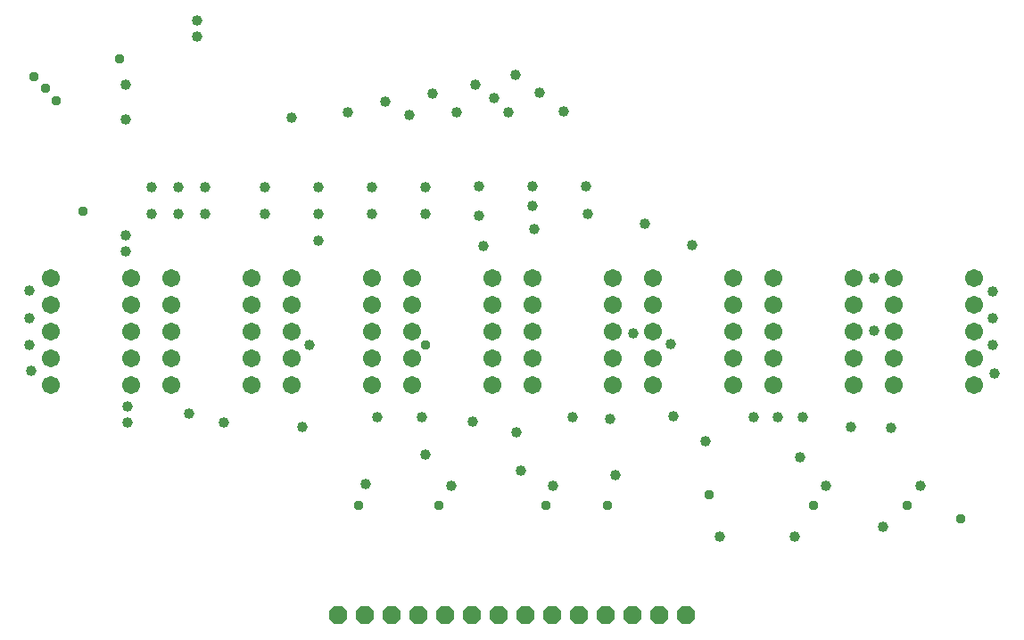
<source format=gbr>
G04 EAGLE Gerber RS-274X export*
G75*
%MOMM*%
%FSLAX34Y34*%
%LPD*%
%INSoldermask Bottom*%
%IPPOS*%
%AMOC8*
5,1,8,0,0,1.08239X$1,22.5*%
G01*
%ADD10C,1.703200*%
%ADD11P,1.852186X8X22.500000*%
%ADD12C,0.959600*%
%ADD13C,1.009600*%


D10*
X50800Y355600D03*
X50800Y330200D03*
X50800Y304800D03*
X50800Y279400D03*
X50800Y254000D03*
X127000Y254000D03*
X127000Y279400D03*
X127000Y304800D03*
X127000Y330200D03*
X127000Y355600D03*
X165100Y355600D03*
X165100Y330200D03*
X165100Y304800D03*
X165100Y279400D03*
X165100Y254000D03*
X241300Y254000D03*
X241300Y279400D03*
X241300Y304800D03*
X241300Y330200D03*
X241300Y355600D03*
X279400Y355600D03*
X279400Y330200D03*
X279400Y304800D03*
X279400Y279400D03*
X279400Y254000D03*
X355600Y254000D03*
X355600Y279400D03*
X355600Y304800D03*
X355600Y330200D03*
X355600Y355600D03*
X393700Y355600D03*
X393700Y330200D03*
X393700Y304800D03*
X393700Y279400D03*
X393700Y254000D03*
X469900Y254000D03*
X469900Y279400D03*
X469900Y304800D03*
X469900Y330200D03*
X469900Y355600D03*
X508000Y355600D03*
X508000Y330200D03*
X508000Y304800D03*
X508000Y279400D03*
X508000Y254000D03*
X584200Y254000D03*
X584200Y279400D03*
X584200Y304800D03*
X584200Y330200D03*
X584200Y355600D03*
X622300Y355600D03*
X622300Y330200D03*
X622300Y304800D03*
X622300Y279400D03*
X622300Y254000D03*
X698500Y254000D03*
X698500Y279400D03*
X698500Y304800D03*
X698500Y330200D03*
X698500Y355600D03*
X736600Y355600D03*
X736600Y330200D03*
X736600Y304800D03*
X736600Y279400D03*
X736600Y254000D03*
X812800Y254000D03*
X812800Y279400D03*
X812800Y304800D03*
X812800Y330200D03*
X812800Y355600D03*
X850900Y355600D03*
X850900Y330200D03*
X850900Y304800D03*
X850900Y279400D03*
X850900Y254000D03*
X927100Y254000D03*
X927100Y279400D03*
X927100Y304800D03*
X927100Y330200D03*
X927100Y355600D03*
D11*
X322812Y35907D03*
X348212Y35907D03*
X373612Y35907D03*
X399012Y35907D03*
X424412Y35907D03*
X449812Y35907D03*
X475212Y35907D03*
X500612Y35907D03*
X526012Y35907D03*
X551412Y35907D03*
X576812Y35907D03*
X602212Y35907D03*
X627612Y35907D03*
X653012Y35907D03*
D12*
X342900Y139700D03*
X419100Y139700D03*
X520700Y139700D03*
X579120Y139700D03*
X675640Y149860D03*
X774700Y139700D03*
X863600Y139700D03*
X115570Y563880D03*
X914400Y127000D03*
X406400Y292100D03*
X34290Y547370D03*
X45720Y535940D03*
X55880Y524510D03*
D13*
X254000Y441960D03*
X196850Y441960D03*
X196850Y416560D03*
X171450Y416560D03*
X171450Y441960D03*
X146050Y441960D03*
X146050Y416560D03*
X254000Y416560D03*
X304800Y441960D03*
X304800Y416560D03*
X304800Y391160D03*
X355600Y441960D03*
X355600Y416560D03*
X406400Y441960D03*
X406400Y416560D03*
X450850Y219710D03*
X492760Y209550D03*
X496570Y172720D03*
X527050Y158750D03*
X457200Y443230D03*
X457200Y415290D03*
X461010Y386080D03*
X508000Y443230D03*
X508000Y424180D03*
X509270Y402590D03*
X638810Y293370D03*
X717550Y223520D03*
X740410Y223520D03*
X764540Y223520D03*
X762000Y185420D03*
X786130Y158750D03*
X558800Y443230D03*
X560070Y416560D03*
X614680Y407670D03*
X659130Y387350D03*
X279400Y508000D03*
X332740Y513080D03*
X368300Y523240D03*
X391160Y510540D03*
X412750Y530860D03*
X435610Y513080D03*
X453390Y539750D03*
X471170Y527050D03*
X485140Y513080D03*
X491490Y548640D03*
X514350Y532130D03*
X537210Y514350D03*
X123190Y233680D03*
X123190Y218440D03*
X121920Y381000D03*
X121920Y396240D03*
X31750Y267970D03*
X30480Y292100D03*
X30480Y317500D03*
X30480Y344170D03*
X944880Y342900D03*
X944880Y317500D03*
X944880Y292100D03*
X946150Y265430D03*
X189230Y600710D03*
X189230Y585470D03*
X181610Y227330D03*
X214630Y218440D03*
X360680Y223520D03*
X402590Y223520D03*
X406400Y187960D03*
X430530Y158750D03*
X289560Y214630D03*
X349250Y160020D03*
X546100Y223520D03*
X581660Y222250D03*
X586740Y168910D03*
X641350Y224790D03*
X671830Y200660D03*
X810260Y214630D03*
X848360Y213360D03*
X876300Y158750D03*
X840740Y119380D03*
X756920Y110490D03*
X685800Y110490D03*
X295910Y292100D03*
X603250Y303530D03*
X831850Y306070D03*
X831850Y355600D03*
X121920Y539750D03*
X121920Y506730D03*
D12*
X81280Y419100D03*
M02*

</source>
